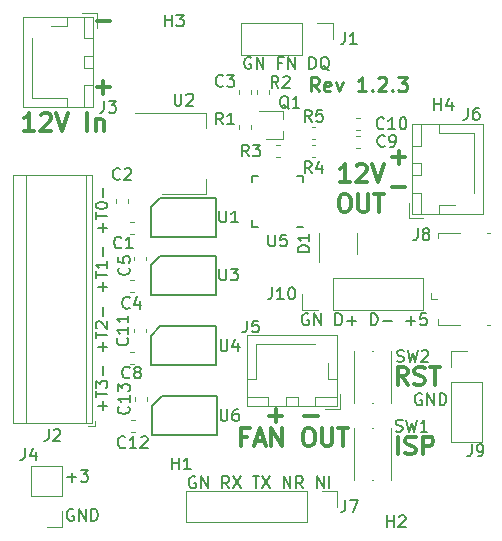
<source format=gbr>
G04 #@! TF.GenerationSoftware,KiCad,Pcbnew,5.1.0-5.1.0*
G04 #@! TF.CreationDate,2019-03-27T16:13:27-07:00*
G04 #@! TF.ProjectId,t962,74393632-2e6b-4696-9361-645f70636258,1.2.3*
G04 #@! TF.SameCoordinates,Original*
G04 #@! TF.FileFunction,Legend,Top*
G04 #@! TF.FilePolarity,Positive*
%FSLAX46Y46*%
G04 Gerber Fmt 4.6, Leading zero omitted, Abs format (unit mm)*
G04 Created by KiCad (PCBNEW 5.1.0-5.1.0) date 2019-03-27 16:13:27*
%MOMM*%
%LPD*%
G04 APERTURE LIST*
%ADD10C,0.150000*%
%ADD11C,0.300000*%
%ADD12C,0.250000*%
%ADD13C,0.120000*%
G04 APERTURE END LIST*
D10*
X162052095Y-63762000D02*
X161956857Y-63714380D01*
X161814000Y-63714380D01*
X161671142Y-63762000D01*
X161575904Y-63857238D01*
X161528285Y-63952476D01*
X161480666Y-64142952D01*
X161480666Y-64285809D01*
X161528285Y-64476285D01*
X161575904Y-64571523D01*
X161671142Y-64666761D01*
X161814000Y-64714380D01*
X161909238Y-64714380D01*
X162052095Y-64666761D01*
X162099714Y-64619142D01*
X162099714Y-64285809D01*
X161909238Y-64285809D01*
X162528285Y-64714380D02*
X162528285Y-63714380D01*
X163099714Y-64714380D01*
X163099714Y-63714380D01*
X163575904Y-64714380D02*
X163575904Y-63714380D01*
X163814000Y-63714380D01*
X163956857Y-63762000D01*
X164052095Y-63857238D01*
X164099714Y-63952476D01*
X164147333Y-64142952D01*
X164147333Y-64285809D01*
X164099714Y-64476285D01*
X164052095Y-64571523D01*
X163956857Y-64666761D01*
X163814000Y-64714380D01*
X163575904Y-64714380D01*
D11*
X155971428Y-45803571D02*
X155114285Y-45803571D01*
X155542857Y-45803571D02*
X155542857Y-44303571D01*
X155400000Y-44517857D01*
X155257142Y-44660714D01*
X155114285Y-44732142D01*
X156542857Y-44446428D02*
X156614285Y-44375000D01*
X156757142Y-44303571D01*
X157114285Y-44303571D01*
X157257142Y-44375000D01*
X157328571Y-44446428D01*
X157400000Y-44589285D01*
X157400000Y-44732142D01*
X157328571Y-44946428D01*
X156471428Y-45803571D01*
X157400000Y-45803571D01*
X157828571Y-44303571D02*
X158328571Y-45803571D01*
X158828571Y-44303571D01*
X155400000Y-46853571D02*
X155685714Y-46853571D01*
X155828571Y-46925000D01*
X155971428Y-47067857D01*
X156042857Y-47353571D01*
X156042857Y-47853571D01*
X155971428Y-48139285D01*
X155828571Y-48282142D01*
X155685714Y-48353571D01*
X155400000Y-48353571D01*
X155257142Y-48282142D01*
X155114285Y-48139285D01*
X155042857Y-47853571D01*
X155042857Y-47353571D01*
X155114285Y-47067857D01*
X155257142Y-46925000D01*
X155400000Y-46853571D01*
X156685714Y-46853571D02*
X156685714Y-48067857D01*
X156757142Y-48210714D01*
X156828571Y-48282142D01*
X156971428Y-48353571D01*
X157257142Y-48353571D01*
X157400000Y-48282142D01*
X157471428Y-48210714D01*
X157542857Y-48067857D01*
X157542857Y-46853571D01*
X158042857Y-46853571D02*
X158900000Y-46853571D01*
X158471428Y-48353571D02*
X158471428Y-46853571D01*
X159528571Y-43732142D02*
X160671428Y-43732142D01*
X160100000Y-44303571D02*
X160100000Y-43160714D01*
X159528571Y-46282142D02*
X160671428Y-46282142D01*
D10*
X132035595Y-70821428D02*
X132797500Y-70821428D01*
X132416547Y-71202380D02*
X132416547Y-70440476D01*
X133178452Y-70202380D02*
X133797500Y-70202380D01*
X133464166Y-70583333D01*
X133607023Y-70583333D01*
X133702261Y-70630952D01*
X133749880Y-70678571D01*
X133797500Y-70773809D01*
X133797500Y-71011904D01*
X133749880Y-71107142D01*
X133702261Y-71154761D01*
X133607023Y-71202380D01*
X133321309Y-71202380D01*
X133226071Y-71154761D01*
X133178452Y-71107142D01*
X132559404Y-73550000D02*
X132464166Y-73502380D01*
X132321309Y-73502380D01*
X132178452Y-73550000D01*
X132083214Y-73645238D01*
X132035595Y-73740476D01*
X131987976Y-73930952D01*
X131987976Y-74073809D01*
X132035595Y-74264285D01*
X132083214Y-74359523D01*
X132178452Y-74454761D01*
X132321309Y-74502380D01*
X132416547Y-74502380D01*
X132559404Y-74454761D01*
X132607023Y-74407142D01*
X132607023Y-74073809D01*
X132416547Y-74073809D01*
X133035595Y-74502380D02*
X133035595Y-73502380D01*
X133607023Y-74502380D01*
X133607023Y-73502380D01*
X134083214Y-74502380D02*
X134083214Y-73502380D01*
X134321309Y-73502380D01*
X134464166Y-73550000D01*
X134559404Y-73645238D01*
X134607023Y-73740476D01*
X134654642Y-73930952D01*
X134654642Y-74073809D01*
X134607023Y-74264285D01*
X134559404Y-74359523D01*
X134464166Y-74454761D01*
X134321309Y-74502380D01*
X134083214Y-74502380D01*
D11*
X149128571Y-65607142D02*
X150271428Y-65607142D01*
X149700000Y-66178571D02*
X149700000Y-65035714D01*
X152128571Y-65607142D02*
X153271428Y-65607142D01*
X134528571Y-32207142D02*
X135671428Y-32207142D01*
X134528571Y-37807142D02*
X135671428Y-37807142D01*
X135100000Y-38378571D02*
X135100000Y-37235714D01*
X129264285Y-41478571D02*
X128407142Y-41478571D01*
X128835714Y-41478571D02*
X128835714Y-39978571D01*
X128692857Y-40192857D01*
X128550000Y-40335714D01*
X128407142Y-40407142D01*
X129835714Y-40121428D02*
X129907142Y-40050000D01*
X130050000Y-39978571D01*
X130407142Y-39978571D01*
X130550000Y-40050000D01*
X130621428Y-40121428D01*
X130692857Y-40264285D01*
X130692857Y-40407142D01*
X130621428Y-40621428D01*
X129764285Y-41478571D01*
X130692857Y-41478571D01*
X131121428Y-39978571D02*
X131621428Y-41478571D01*
X132121428Y-39978571D01*
X133764285Y-41478571D02*
X133764285Y-39978571D01*
X134478571Y-40478571D02*
X134478571Y-41478571D01*
X134478571Y-40621428D02*
X134550000Y-40550000D01*
X134692857Y-40478571D01*
X134907142Y-40478571D01*
X135050000Y-40550000D01*
X135121428Y-40692857D01*
X135121428Y-41478571D01*
D12*
X153357142Y-38142857D02*
X152957142Y-37571428D01*
X152671428Y-38142857D02*
X152671428Y-36942857D01*
X153128571Y-36942857D01*
X153242857Y-37000000D01*
X153300000Y-37057142D01*
X153357142Y-37171428D01*
X153357142Y-37342857D01*
X153300000Y-37457142D01*
X153242857Y-37514285D01*
X153128571Y-37571428D01*
X152671428Y-37571428D01*
X154328571Y-38085714D02*
X154214285Y-38142857D01*
X153985714Y-38142857D01*
X153871428Y-38085714D01*
X153814285Y-37971428D01*
X153814285Y-37514285D01*
X153871428Y-37400000D01*
X153985714Y-37342857D01*
X154214285Y-37342857D01*
X154328571Y-37400000D01*
X154385714Y-37514285D01*
X154385714Y-37628571D01*
X153814285Y-37742857D01*
X154785714Y-37342857D02*
X155071428Y-38142857D01*
X155357142Y-37342857D01*
X157357142Y-38142857D02*
X156671428Y-38142857D01*
X157014285Y-38142857D02*
X157014285Y-36942857D01*
X156900000Y-37114285D01*
X156785714Y-37228571D01*
X156671428Y-37285714D01*
X157871428Y-38028571D02*
X157928571Y-38085714D01*
X157871428Y-38142857D01*
X157814285Y-38085714D01*
X157871428Y-38028571D01*
X157871428Y-38142857D01*
X158385714Y-37057142D02*
X158442857Y-37000000D01*
X158557142Y-36942857D01*
X158842857Y-36942857D01*
X158957142Y-37000000D01*
X159014285Y-37057142D01*
X159071428Y-37171428D01*
X159071428Y-37285714D01*
X159014285Y-37457142D01*
X158328571Y-38142857D01*
X159071428Y-38142857D01*
X159585714Y-38028571D02*
X159642857Y-38085714D01*
X159585714Y-38142857D01*
X159528571Y-38085714D01*
X159585714Y-38028571D01*
X159585714Y-38142857D01*
X160042857Y-36942857D02*
X160785714Y-36942857D01*
X160385714Y-37400000D01*
X160557142Y-37400000D01*
X160671428Y-37457142D01*
X160728571Y-37514285D01*
X160785714Y-37628571D01*
X160785714Y-37914285D01*
X160728571Y-38028571D01*
X160671428Y-38085714D01*
X160557142Y-38142857D01*
X160214285Y-38142857D01*
X160100000Y-38085714D01*
X160042857Y-38028571D01*
D10*
X135071428Y-65157142D02*
X135071428Y-64395238D01*
X135452380Y-64776190D02*
X134690476Y-64776190D01*
X134452380Y-64061904D02*
X134452380Y-63490476D01*
X135452380Y-63776190D02*
X134452380Y-63776190D01*
X134452380Y-63252380D02*
X134452380Y-62633333D01*
X134833333Y-62966666D01*
X134833333Y-62823809D01*
X134880952Y-62728571D01*
X134928571Y-62680952D01*
X135023809Y-62633333D01*
X135261904Y-62633333D01*
X135357142Y-62680952D01*
X135404761Y-62728571D01*
X135452380Y-62823809D01*
X135452380Y-63109523D01*
X135404761Y-63204761D01*
X135357142Y-63252380D01*
X135071428Y-62204761D02*
X135071428Y-61442857D01*
X135071428Y-60157142D02*
X135071428Y-59395238D01*
X135452380Y-59776190D02*
X134690476Y-59776190D01*
X134452380Y-59061904D02*
X134452380Y-58490476D01*
X135452380Y-58776190D02*
X134452380Y-58776190D01*
X134547619Y-58204761D02*
X134500000Y-58157142D01*
X134452380Y-58061904D01*
X134452380Y-57823809D01*
X134500000Y-57728571D01*
X134547619Y-57680952D01*
X134642857Y-57633333D01*
X134738095Y-57633333D01*
X134880952Y-57680952D01*
X135452380Y-58252380D01*
X135452380Y-57633333D01*
X135071428Y-57204761D02*
X135071428Y-56442857D01*
X135071428Y-55057142D02*
X135071428Y-54295238D01*
X135452380Y-54676190D02*
X134690476Y-54676190D01*
X134452380Y-53961904D02*
X134452380Y-53390476D01*
X135452380Y-53676190D02*
X134452380Y-53676190D01*
X135452380Y-52533333D02*
X135452380Y-53104761D01*
X135452380Y-52819047D02*
X134452380Y-52819047D01*
X134595238Y-52914285D01*
X134690476Y-53009523D01*
X134738095Y-53104761D01*
X135071428Y-52104761D02*
X135071428Y-51342857D01*
X135071428Y-50057142D02*
X135071428Y-49295238D01*
X135452380Y-49676190D02*
X134690476Y-49676190D01*
X134452380Y-48961904D02*
X134452380Y-48390476D01*
X135452380Y-48676190D02*
X134452380Y-48676190D01*
X134452380Y-47866666D02*
X134452380Y-47771428D01*
X134500000Y-47676190D01*
X134547619Y-47628571D01*
X134642857Y-47580952D01*
X134833333Y-47533333D01*
X135071428Y-47533333D01*
X135261904Y-47580952D01*
X135357142Y-47628571D01*
X135404761Y-47676190D01*
X135452380Y-47771428D01*
X135452380Y-47866666D01*
X135404761Y-47961904D01*
X135357142Y-48009523D01*
X135261904Y-48057142D01*
X135071428Y-48104761D01*
X134833333Y-48104761D01*
X134642857Y-48057142D01*
X134547619Y-48009523D01*
X134500000Y-47961904D01*
X134452380Y-47866666D01*
X135071428Y-47104761D02*
X135071428Y-46342857D01*
X147600000Y-35300000D02*
X147504761Y-35252380D01*
X147361904Y-35252380D01*
X147219047Y-35300000D01*
X147123809Y-35395238D01*
X147076190Y-35490476D01*
X147028571Y-35680952D01*
X147028571Y-35823809D01*
X147076190Y-36014285D01*
X147123809Y-36109523D01*
X147219047Y-36204761D01*
X147361904Y-36252380D01*
X147457142Y-36252380D01*
X147600000Y-36204761D01*
X147647619Y-36157142D01*
X147647619Y-35823809D01*
X147457142Y-35823809D01*
X148076190Y-36252380D02*
X148076190Y-35252380D01*
X148647619Y-36252380D01*
X148647619Y-35252380D01*
X150219047Y-35728571D02*
X149885714Y-35728571D01*
X149885714Y-36252380D02*
X149885714Y-35252380D01*
X150361904Y-35252380D01*
X150742857Y-36252380D02*
X150742857Y-35252380D01*
X151314285Y-36252380D01*
X151314285Y-35252380D01*
X152552380Y-36252380D02*
X152552380Y-35252380D01*
X152790476Y-35252380D01*
X152933333Y-35300000D01*
X153028571Y-35395238D01*
X153076190Y-35490476D01*
X153123809Y-35680952D01*
X153123809Y-35823809D01*
X153076190Y-36014285D01*
X153028571Y-36109523D01*
X152933333Y-36204761D01*
X152790476Y-36252380D01*
X152552380Y-36252380D01*
X154219047Y-36347619D02*
X154123809Y-36300000D01*
X154028571Y-36204761D01*
X153885714Y-36061904D01*
X153790476Y-36014285D01*
X153695238Y-36014285D01*
X153742857Y-36252380D02*
X153647619Y-36204761D01*
X153552380Y-36109523D01*
X153504761Y-35919047D01*
X153504761Y-35585714D01*
X153552380Y-35395238D01*
X153647619Y-35300000D01*
X153742857Y-35252380D01*
X153933333Y-35252380D01*
X154028571Y-35300000D01*
X154123809Y-35395238D01*
X154171428Y-35585714D01*
X154171428Y-35919047D01*
X154123809Y-36109523D01*
X154028571Y-36204761D01*
X153933333Y-36252380D01*
X153742857Y-36252380D01*
X152461904Y-57000000D02*
X152366666Y-56952380D01*
X152223809Y-56952380D01*
X152080952Y-57000000D01*
X151985714Y-57095238D01*
X151938095Y-57190476D01*
X151890476Y-57380952D01*
X151890476Y-57523809D01*
X151938095Y-57714285D01*
X151985714Y-57809523D01*
X152080952Y-57904761D01*
X152223809Y-57952380D01*
X152319047Y-57952380D01*
X152461904Y-57904761D01*
X152509523Y-57857142D01*
X152509523Y-57523809D01*
X152319047Y-57523809D01*
X152938095Y-57952380D02*
X152938095Y-56952380D01*
X153509523Y-57952380D01*
X153509523Y-56952380D01*
X154747619Y-57952380D02*
X154747619Y-56952380D01*
X154985714Y-56952380D01*
X155128571Y-57000000D01*
X155223809Y-57095238D01*
X155271428Y-57190476D01*
X155319047Y-57380952D01*
X155319047Y-57523809D01*
X155271428Y-57714285D01*
X155223809Y-57809523D01*
X155128571Y-57904761D01*
X154985714Y-57952380D01*
X154747619Y-57952380D01*
X155747619Y-57571428D02*
X156509523Y-57571428D01*
X156128571Y-57952380D02*
X156128571Y-57190476D01*
X157747619Y-57952380D02*
X157747619Y-56952380D01*
X157985714Y-56952380D01*
X158128571Y-57000000D01*
X158223809Y-57095238D01*
X158271428Y-57190476D01*
X158319047Y-57380952D01*
X158319047Y-57523809D01*
X158271428Y-57714285D01*
X158223809Y-57809523D01*
X158128571Y-57904761D01*
X157985714Y-57952380D01*
X157747619Y-57952380D01*
X158747619Y-57571428D02*
X159509523Y-57571428D01*
X160747619Y-57571428D02*
X161509523Y-57571428D01*
X161128571Y-57952380D02*
X161128571Y-57190476D01*
X162461904Y-56952380D02*
X161985714Y-56952380D01*
X161938095Y-57428571D01*
X161985714Y-57380952D01*
X162080952Y-57333333D01*
X162319047Y-57333333D01*
X162414285Y-57380952D01*
X162461904Y-57428571D01*
X162509523Y-57523809D01*
X162509523Y-57761904D01*
X162461904Y-57857142D01*
X162414285Y-57904761D01*
X162319047Y-57952380D01*
X162080952Y-57952380D01*
X161985714Y-57904761D01*
X161938095Y-57857142D01*
D11*
X160878571Y-62978571D02*
X160378571Y-62264285D01*
X160021428Y-62978571D02*
X160021428Y-61478571D01*
X160592857Y-61478571D01*
X160735714Y-61550000D01*
X160807142Y-61621428D01*
X160878571Y-61764285D01*
X160878571Y-61978571D01*
X160807142Y-62121428D01*
X160735714Y-62192857D01*
X160592857Y-62264285D01*
X160021428Y-62264285D01*
X161450000Y-62907142D02*
X161664285Y-62978571D01*
X162021428Y-62978571D01*
X162164285Y-62907142D01*
X162235714Y-62835714D01*
X162307142Y-62692857D01*
X162307142Y-62550000D01*
X162235714Y-62407142D01*
X162164285Y-62335714D01*
X162021428Y-62264285D01*
X161735714Y-62192857D01*
X161592857Y-62121428D01*
X161521428Y-62050000D01*
X161450000Y-61907142D01*
X161450000Y-61764285D01*
X161521428Y-61621428D01*
X161592857Y-61550000D01*
X161735714Y-61478571D01*
X162092857Y-61478571D01*
X162307142Y-61550000D01*
X162735714Y-61478571D02*
X163592857Y-61478571D01*
X163164285Y-62978571D02*
X163164285Y-61478571D01*
X160035714Y-68878571D02*
X160035714Y-67378571D01*
X160678571Y-68807142D02*
X160892857Y-68878571D01*
X161250000Y-68878571D01*
X161392857Y-68807142D01*
X161464285Y-68735714D01*
X161535714Y-68592857D01*
X161535714Y-68450000D01*
X161464285Y-68307142D01*
X161392857Y-68235714D01*
X161250000Y-68164285D01*
X160964285Y-68092857D01*
X160821428Y-68021428D01*
X160750000Y-67950000D01*
X160678571Y-67807142D01*
X160678571Y-67664285D01*
X160750000Y-67521428D01*
X160821428Y-67450000D01*
X160964285Y-67378571D01*
X161321428Y-67378571D01*
X161535714Y-67450000D01*
X162178571Y-68878571D02*
X162178571Y-67378571D01*
X162750000Y-67378571D01*
X162892857Y-67450000D01*
X162964285Y-67521428D01*
X163035714Y-67664285D01*
X163035714Y-67878571D01*
X162964285Y-68021428D01*
X162892857Y-68092857D01*
X162750000Y-68164285D01*
X162178571Y-68164285D01*
D10*
X142895238Y-70800000D02*
X142800000Y-70752380D01*
X142657142Y-70752380D01*
X142514285Y-70800000D01*
X142419047Y-70895238D01*
X142371428Y-70990476D01*
X142323809Y-71180952D01*
X142323809Y-71323809D01*
X142371428Y-71514285D01*
X142419047Y-71609523D01*
X142514285Y-71704761D01*
X142657142Y-71752380D01*
X142752380Y-71752380D01*
X142895238Y-71704761D01*
X142942857Y-71657142D01*
X142942857Y-71323809D01*
X142752380Y-71323809D01*
X143371428Y-71752380D02*
X143371428Y-70752380D01*
X143942857Y-71752380D01*
X143942857Y-70752380D01*
X145752380Y-71752380D02*
X145419047Y-71276190D01*
X145180952Y-71752380D02*
X145180952Y-70752380D01*
X145561904Y-70752380D01*
X145657142Y-70800000D01*
X145704761Y-70847619D01*
X145752380Y-70942857D01*
X145752380Y-71085714D01*
X145704761Y-71180952D01*
X145657142Y-71228571D01*
X145561904Y-71276190D01*
X145180952Y-71276190D01*
X146085714Y-70752380D02*
X146752380Y-71752380D01*
X146752380Y-70752380D02*
X146085714Y-71752380D01*
X147752380Y-70752380D02*
X148323809Y-70752380D01*
X148038095Y-71752380D02*
X148038095Y-70752380D01*
X148561904Y-70752380D02*
X149228571Y-71752380D01*
X149228571Y-70752380D02*
X148561904Y-71752380D01*
X150371428Y-71752380D02*
X150371428Y-70752380D01*
X150942857Y-71752380D01*
X150942857Y-70752380D01*
X151990476Y-71752380D02*
X151657142Y-71276190D01*
X151419047Y-71752380D02*
X151419047Y-70752380D01*
X151800000Y-70752380D01*
X151895238Y-70800000D01*
X151942857Y-70847619D01*
X151990476Y-70942857D01*
X151990476Y-71085714D01*
X151942857Y-71180952D01*
X151895238Y-71228571D01*
X151800000Y-71276190D01*
X151419047Y-71276190D01*
X153180952Y-71752380D02*
X153180952Y-70752380D01*
X153752380Y-71752380D01*
X153752380Y-70752380D01*
X154228571Y-71752380D02*
X154228571Y-70752380D01*
D11*
X147271428Y-67392857D02*
X146771428Y-67392857D01*
X146771428Y-68178571D02*
X146771428Y-66678571D01*
X147485714Y-66678571D01*
X147985714Y-67750000D02*
X148700000Y-67750000D01*
X147842857Y-68178571D02*
X148342857Y-66678571D01*
X148842857Y-68178571D01*
X149342857Y-68178571D02*
X149342857Y-66678571D01*
X150200000Y-68178571D01*
X150200000Y-66678571D01*
X152342857Y-66678571D02*
X152628571Y-66678571D01*
X152771428Y-66750000D01*
X152914285Y-66892857D01*
X152985714Y-67178571D01*
X152985714Y-67678571D01*
X152914285Y-67964285D01*
X152771428Y-68107142D01*
X152628571Y-68178571D01*
X152342857Y-68178571D01*
X152200000Y-68107142D01*
X152057142Y-67964285D01*
X151985714Y-67678571D01*
X151985714Y-67178571D01*
X152057142Y-66892857D01*
X152200000Y-66750000D01*
X152342857Y-66678571D01*
X153628571Y-66678571D02*
X153628571Y-67892857D01*
X153700000Y-68035714D01*
X153771428Y-68107142D01*
X153914285Y-68178571D01*
X154200000Y-68178571D01*
X154342857Y-68107142D01*
X154414285Y-68035714D01*
X154485714Y-67892857D01*
X154485714Y-66678571D01*
X154985714Y-66678571D02*
X155842857Y-66678571D01*
X155414285Y-68178571D02*
X155414285Y-66678571D01*
D13*
X164532000Y-60138000D02*
X165862000Y-60138000D01*
X164532000Y-61468000D02*
X164532000Y-60138000D01*
X164532000Y-62738000D02*
X167192000Y-62738000D01*
X167192000Y-62738000D02*
X167192000Y-67878000D01*
X164532000Y-62738000D02*
X164532000Y-67878000D01*
X164532000Y-67878000D02*
X167192000Y-67878000D01*
X156610000Y-51925000D02*
X156610000Y-50125000D01*
X153390000Y-50125000D02*
X153390000Y-52575000D01*
X161240000Y-48560000D02*
X167210000Y-48560000D01*
X167210000Y-48560000D02*
X167210000Y-40940000D01*
X167210000Y-40940000D02*
X161240000Y-40940000D01*
X161240000Y-40940000D02*
X161240000Y-48560000D01*
X161250000Y-45250000D02*
X162000000Y-45250000D01*
X162000000Y-45250000D02*
X162000000Y-44250000D01*
X162000000Y-44250000D02*
X161250000Y-44250000D01*
X161250000Y-44250000D02*
X161250000Y-45250000D01*
X161250000Y-48550000D02*
X162000000Y-48550000D01*
X162000000Y-48550000D02*
X162000000Y-46750000D01*
X162000000Y-46750000D02*
X161250000Y-46750000D01*
X161250000Y-46750000D02*
X161250000Y-48550000D01*
X161250000Y-42750000D02*
X162000000Y-42750000D01*
X162000000Y-42750000D02*
X162000000Y-40950000D01*
X162000000Y-40950000D02*
X161250000Y-40950000D01*
X161250000Y-40950000D02*
X161250000Y-42750000D01*
X163500000Y-48550000D02*
X163500000Y-47800000D01*
X163500000Y-47800000D02*
X164840000Y-47800000D01*
X166450000Y-44750000D02*
X166450000Y-46740000D01*
X163500000Y-40950000D02*
X163500000Y-41700000D01*
X163500000Y-41700000D02*
X166450000Y-41700000D01*
X166450000Y-41700000D02*
X166450000Y-44750000D01*
X160950000Y-47600000D02*
X160950000Y-48850000D01*
X160950000Y-48850000D02*
X162200000Y-48850000D01*
X131630000Y-69830000D02*
X128970000Y-69830000D01*
X131630000Y-72430000D02*
X131630000Y-69830000D01*
X128970000Y-72430000D02*
X128970000Y-69830000D01*
X131630000Y-72430000D02*
X128970000Y-72430000D01*
X131630000Y-73700000D02*
X131630000Y-75030000D01*
X131630000Y-75030000D02*
X130300000Y-75030000D01*
X143810000Y-46810000D02*
X143810000Y-45550000D01*
X143810000Y-39990000D02*
X143810000Y-41250000D01*
X140050000Y-46810000D02*
X143810000Y-46810000D01*
X137800000Y-39990000D02*
X143810000Y-39990000D01*
X133650000Y-66260000D02*
X133650000Y-45240000D01*
X128550000Y-66260000D02*
X128550000Y-45240000D01*
X127430000Y-66260000D02*
X127430000Y-45240000D01*
X134170000Y-66260000D02*
X134170000Y-45240000D01*
X127430000Y-66260000D02*
X134170000Y-66260000D01*
X127430000Y-45240000D02*
X134170000Y-45240000D01*
X133770000Y-66500000D02*
X134410000Y-66500000D01*
X134410000Y-66500000D02*
X134410000Y-66100000D01*
X157950000Y-64500000D02*
X157850000Y-64500000D01*
X156350000Y-60100000D02*
X156350000Y-64500000D01*
X159450000Y-64500000D02*
X159450000Y-60100000D01*
X157950000Y-60100000D02*
X157850000Y-60100000D01*
X152742222Y-42210000D02*
X153067780Y-42210000D01*
X152742222Y-41190000D02*
X153067780Y-41190000D01*
X153062779Y-43710000D02*
X152737221Y-43710000D01*
X153062779Y-42690000D02*
X152737221Y-42690000D01*
D10*
X147700000Y-49600000D02*
X148225000Y-49600000D01*
X147700000Y-45300000D02*
X148225000Y-45300000D01*
X152000000Y-45300000D02*
X151475000Y-45300000D01*
X152000000Y-49600000D02*
X151475000Y-49600000D01*
X147700000Y-45300000D02*
X147700000Y-45825000D01*
X152000000Y-45300000D02*
X152000000Y-45825000D01*
X147700000Y-49600000D02*
X147700000Y-49075000D01*
D13*
X163437500Y-57900000D02*
X163437500Y-57450000D01*
X165287500Y-57900000D02*
X163437500Y-57900000D01*
X167837500Y-50100000D02*
X167587500Y-50100000D01*
X167837500Y-57900000D02*
X167587500Y-57900000D01*
X165287500Y-50100000D02*
X163437500Y-50100000D01*
X163437500Y-50100000D02*
X163437500Y-50550000D01*
X162887500Y-55700000D02*
X162887500Y-55250000D01*
X162887500Y-55700000D02*
X163337500Y-55700000D01*
X146590000Y-41037221D02*
X146590000Y-41362779D01*
X147610000Y-41037221D02*
X147610000Y-41362779D01*
X150062779Y-43710000D02*
X149737221Y-43710000D01*
X150062779Y-42690000D02*
X149737221Y-42690000D01*
X157950000Y-66650000D02*
X157850000Y-66650000D01*
X159450000Y-71050000D02*
X159450000Y-66650000D01*
X156350000Y-66650000D02*
X156350000Y-71050000D01*
X157950000Y-71050000D02*
X157850000Y-71050000D01*
D10*
X139230000Y-64750000D02*
X140030000Y-63950000D01*
X140030000Y-63950000D02*
X144770000Y-63950000D01*
X144770000Y-63950000D02*
X144770000Y-67250000D01*
X144770000Y-67250000D02*
X139230000Y-67250000D01*
X139230000Y-67250000D02*
X139230000Y-64750000D01*
D13*
X156537221Y-40390000D02*
X156862779Y-40390000D01*
X156537221Y-41410000D02*
X156862779Y-41410000D01*
X138710000Y-58562779D02*
X138710000Y-58237221D01*
X137690000Y-58562779D02*
X137690000Y-58237221D01*
X137437221Y-65990000D02*
X137762779Y-65990000D01*
X137437221Y-67010000D02*
X137762779Y-67010000D01*
X138810000Y-64362779D02*
X138810000Y-64037221D01*
X137790000Y-64362779D02*
X137790000Y-64037221D01*
X155150000Y-65050000D02*
X155150000Y-63800000D01*
X153900000Y-65050000D02*
X155150000Y-65050000D01*
X148000000Y-59550000D02*
X151050000Y-59550000D01*
X148000000Y-62500000D02*
X148000000Y-59550000D01*
X147250000Y-62500000D02*
X148000000Y-62500000D01*
X151050000Y-59550000D02*
X153040000Y-59550000D01*
X154100000Y-62500000D02*
X154100000Y-61160000D01*
X154850000Y-62500000D02*
X154100000Y-62500000D01*
X147250000Y-64750000D02*
X149050000Y-64750000D01*
X147250000Y-64000000D02*
X147250000Y-64750000D01*
X149050000Y-64000000D02*
X147250000Y-64000000D01*
X149050000Y-64750000D02*
X149050000Y-64000000D01*
X153050000Y-64750000D02*
X154850000Y-64750000D01*
X153050000Y-64000000D02*
X153050000Y-64750000D01*
X154850000Y-64000000D02*
X153050000Y-64000000D01*
X154850000Y-64750000D02*
X154850000Y-64000000D01*
X150550000Y-64750000D02*
X151550000Y-64750000D01*
X150550000Y-64000000D02*
X150550000Y-64750000D01*
X151550000Y-64000000D02*
X150550000Y-64000000D01*
X151550000Y-64750000D02*
X151550000Y-64000000D01*
X147240000Y-64760000D02*
X154860000Y-64760000D01*
X147240000Y-58790000D02*
X147240000Y-64760000D01*
X154860000Y-58790000D02*
X147240000Y-58790000D01*
X154860000Y-64760000D02*
X154860000Y-58790000D01*
X134260000Y-31840000D02*
X128290000Y-31840000D01*
X128290000Y-31840000D02*
X128290000Y-39460000D01*
X128290000Y-39460000D02*
X134260000Y-39460000D01*
X134260000Y-39460000D02*
X134260000Y-31840000D01*
X134250000Y-35150000D02*
X133500000Y-35150000D01*
X133500000Y-35150000D02*
X133500000Y-36150000D01*
X133500000Y-36150000D02*
X134250000Y-36150000D01*
X134250000Y-36150000D02*
X134250000Y-35150000D01*
X134250000Y-31850000D02*
X133500000Y-31850000D01*
X133500000Y-31850000D02*
X133500000Y-33650000D01*
X133500000Y-33650000D02*
X134250000Y-33650000D01*
X134250000Y-33650000D02*
X134250000Y-31850000D01*
X134250000Y-37650000D02*
X133500000Y-37650000D01*
X133500000Y-37650000D02*
X133500000Y-39450000D01*
X133500000Y-39450000D02*
X134250000Y-39450000D01*
X134250000Y-39450000D02*
X134250000Y-37650000D01*
X132000000Y-31850000D02*
X132000000Y-32600000D01*
X132000000Y-32600000D02*
X130660000Y-32600000D01*
X129050000Y-35650000D02*
X129050000Y-33660000D01*
X132000000Y-39450000D02*
X132000000Y-38700000D01*
X132000000Y-38700000D02*
X129050000Y-38700000D01*
X129050000Y-38700000D02*
X129050000Y-35650000D01*
X134550000Y-32800000D02*
X134550000Y-31550000D01*
X134550000Y-31550000D02*
X133300000Y-31550000D01*
X146790000Y-32370000D02*
X146790000Y-35030000D01*
X151930000Y-32370000D02*
X146790000Y-32370000D01*
X151930000Y-35030000D02*
X146790000Y-35030000D01*
X151930000Y-32370000D02*
X151930000Y-35030000D01*
X153200000Y-32370000D02*
X154530000Y-32370000D01*
X154530000Y-32370000D02*
X154530000Y-33700000D01*
X162210000Y-56630000D02*
X162210000Y-53970000D01*
X154530000Y-56630000D02*
X162210000Y-56630000D01*
X154530000Y-53970000D02*
X162210000Y-53970000D01*
X154530000Y-56630000D02*
X154530000Y-53970000D01*
X153260000Y-56630000D02*
X151930000Y-56630000D01*
X151930000Y-56630000D02*
X151930000Y-55300000D01*
X142110000Y-71970000D02*
X142110000Y-74630000D01*
X152330000Y-71970000D02*
X142110000Y-71970000D01*
X152330000Y-74630000D02*
X142110000Y-74630000D01*
X152330000Y-71970000D02*
X152330000Y-74630000D01*
X153600000Y-71970000D02*
X154930000Y-71970000D01*
X154930000Y-71970000D02*
X154930000Y-73300000D01*
X149110000Y-38362779D02*
X149110000Y-38037221D01*
X148090000Y-38362779D02*
X148090000Y-38037221D01*
D10*
X139130000Y-50450000D02*
X139130000Y-47950000D01*
X144670000Y-50450000D02*
X139130000Y-50450000D01*
X144670000Y-47150000D02*
X144670000Y-50450000D01*
X139930000Y-47150000D02*
X144670000Y-47150000D01*
X139130000Y-47950000D02*
X139930000Y-47150000D01*
X139130000Y-52850000D02*
X139930000Y-52050000D01*
X139930000Y-52050000D02*
X144670000Y-52050000D01*
X144670000Y-52050000D02*
X144670000Y-55350000D01*
X144670000Y-55350000D02*
X139130000Y-55350000D01*
X139130000Y-55350000D02*
X139130000Y-52850000D01*
X139130000Y-61350000D02*
X139130000Y-58850000D01*
X144670000Y-61350000D02*
X139130000Y-61350000D01*
X144670000Y-58050000D02*
X144670000Y-61350000D01*
X139930000Y-58050000D02*
X144670000Y-58050000D01*
X139130000Y-58850000D02*
X139930000Y-58050000D01*
D13*
X136190000Y-47562779D02*
X136190000Y-47237221D01*
X137210000Y-47562779D02*
X137210000Y-47237221D01*
X147610000Y-38350279D02*
X147610000Y-38024721D01*
X146590000Y-38350279D02*
X146590000Y-38024721D01*
X137337221Y-54090000D02*
X137662779Y-54090000D01*
X137337221Y-55110000D02*
X137662779Y-55110000D01*
X138710000Y-52462779D02*
X138710000Y-52137221D01*
X137690000Y-52462779D02*
X137690000Y-52137221D01*
X137337221Y-60190000D02*
X137662779Y-60190000D01*
X137337221Y-61210000D02*
X137662779Y-61210000D01*
X156537221Y-42910000D02*
X156862779Y-42910000D01*
X156537221Y-41890000D02*
X156862779Y-41890000D01*
X137337221Y-49190000D02*
X137662779Y-49190000D01*
X137337221Y-50210000D02*
X137662779Y-50210000D01*
X150295001Y-41500000D02*
X150295001Y-42160000D01*
X150295001Y-39840000D02*
X150295001Y-40500000D01*
X150295001Y-39840000D02*
X148265001Y-39840000D01*
X148885001Y-42160000D02*
X150295001Y-42160000D01*
D10*
X166290666Y-68032380D02*
X166290666Y-68746666D01*
X166243047Y-68889523D01*
X166147809Y-68984761D01*
X166004952Y-69032380D01*
X165909714Y-69032380D01*
X166814476Y-69032380D02*
X167004952Y-69032380D01*
X167100190Y-68984761D01*
X167147809Y-68937142D01*
X167243047Y-68794285D01*
X167290666Y-68603809D01*
X167290666Y-68222857D01*
X167243047Y-68127619D01*
X167195428Y-68080000D01*
X167100190Y-68032380D01*
X166909714Y-68032380D01*
X166814476Y-68080000D01*
X166766857Y-68127619D01*
X166719238Y-68222857D01*
X166719238Y-68460952D01*
X166766857Y-68556190D01*
X166814476Y-68603809D01*
X166909714Y-68651428D01*
X167100190Y-68651428D01*
X167195428Y-68603809D01*
X167243047Y-68556190D01*
X167290666Y-68460952D01*
X152552380Y-51763095D02*
X151552380Y-51763095D01*
X151552380Y-51525000D01*
X151600000Y-51382142D01*
X151695238Y-51286904D01*
X151790476Y-51239285D01*
X151980952Y-51191666D01*
X152123809Y-51191666D01*
X152314285Y-51239285D01*
X152409523Y-51286904D01*
X152504761Y-51382142D01*
X152552380Y-51525000D01*
X152552380Y-51763095D01*
X152552380Y-50239285D02*
X152552380Y-50810714D01*
X152552380Y-50525000D02*
X151552380Y-50525000D01*
X151695238Y-50620238D01*
X151790476Y-50715476D01*
X151838095Y-50810714D01*
X165966666Y-39552380D02*
X165966666Y-40266666D01*
X165919047Y-40409523D01*
X165823809Y-40504761D01*
X165680952Y-40552380D01*
X165585714Y-40552380D01*
X166871428Y-39552380D02*
X166680952Y-39552380D01*
X166585714Y-39600000D01*
X166538095Y-39647619D01*
X166442857Y-39790476D01*
X166395238Y-39980952D01*
X166395238Y-40361904D01*
X166442857Y-40457142D01*
X166490476Y-40504761D01*
X166585714Y-40552380D01*
X166776190Y-40552380D01*
X166871428Y-40504761D01*
X166919047Y-40457142D01*
X166966666Y-40361904D01*
X166966666Y-40123809D01*
X166919047Y-40028571D01*
X166871428Y-39980952D01*
X166776190Y-39933333D01*
X166585714Y-39933333D01*
X166490476Y-39980952D01*
X166442857Y-40028571D01*
X166395238Y-40123809D01*
X128466666Y-68352380D02*
X128466666Y-69066666D01*
X128419047Y-69209523D01*
X128323809Y-69304761D01*
X128180952Y-69352380D01*
X128085714Y-69352380D01*
X129371428Y-68685714D02*
X129371428Y-69352380D01*
X129133333Y-68304761D02*
X128895238Y-69019047D01*
X129514285Y-69019047D01*
X141138095Y-38352380D02*
X141138095Y-39161904D01*
X141185714Y-39257142D01*
X141233333Y-39304761D01*
X141328571Y-39352380D01*
X141519047Y-39352380D01*
X141614285Y-39304761D01*
X141661904Y-39257142D01*
X141709523Y-39161904D01*
X141709523Y-38352380D01*
X142138095Y-38447619D02*
X142185714Y-38400000D01*
X142280952Y-38352380D01*
X142519047Y-38352380D01*
X142614285Y-38400000D01*
X142661904Y-38447619D01*
X142709523Y-38542857D01*
X142709523Y-38638095D01*
X142661904Y-38780952D01*
X142090476Y-39352380D01*
X142709523Y-39352380D01*
X130466666Y-66752380D02*
X130466666Y-67466666D01*
X130419047Y-67609523D01*
X130323809Y-67704761D01*
X130180952Y-67752380D01*
X130085714Y-67752380D01*
X130895238Y-66847619D02*
X130942857Y-66800000D01*
X131038095Y-66752380D01*
X131276190Y-66752380D01*
X131371428Y-66800000D01*
X131419047Y-66847619D01*
X131466666Y-66942857D01*
X131466666Y-67038095D01*
X131419047Y-67180952D01*
X130847619Y-67752380D01*
X131466666Y-67752380D01*
X140938095Y-70152380D02*
X140938095Y-69152380D01*
X140938095Y-69628571D02*
X141509523Y-69628571D01*
X141509523Y-70152380D02*
X141509523Y-69152380D01*
X142509523Y-70152380D02*
X141938095Y-70152380D01*
X142223809Y-70152380D02*
X142223809Y-69152380D01*
X142128571Y-69295238D01*
X142033333Y-69390476D01*
X141938095Y-69438095D01*
X159138095Y-75052380D02*
X159138095Y-74052380D01*
X159138095Y-74528571D02*
X159709523Y-74528571D01*
X159709523Y-75052380D02*
X159709523Y-74052380D01*
X160138095Y-74147619D02*
X160185714Y-74100000D01*
X160280952Y-74052380D01*
X160519047Y-74052380D01*
X160614285Y-74100000D01*
X160661904Y-74147619D01*
X160709523Y-74242857D01*
X160709523Y-74338095D01*
X160661904Y-74480952D01*
X160090476Y-75052380D01*
X160709523Y-75052380D01*
X140338095Y-32652380D02*
X140338095Y-31652380D01*
X140338095Y-32128571D02*
X140909523Y-32128571D01*
X140909523Y-32652380D02*
X140909523Y-31652380D01*
X141290476Y-31652380D02*
X141909523Y-31652380D01*
X141576190Y-32033333D01*
X141719047Y-32033333D01*
X141814285Y-32080952D01*
X141861904Y-32128571D01*
X141909523Y-32223809D01*
X141909523Y-32461904D01*
X141861904Y-32557142D01*
X141814285Y-32604761D01*
X141719047Y-32652380D01*
X141433333Y-32652380D01*
X141338095Y-32604761D01*
X141290476Y-32557142D01*
X163138095Y-39752380D02*
X163138095Y-38752380D01*
X163138095Y-39228571D02*
X163709523Y-39228571D01*
X163709523Y-39752380D02*
X163709523Y-38752380D01*
X164614285Y-39085714D02*
X164614285Y-39752380D01*
X164376190Y-38704761D02*
X164138095Y-39419047D01*
X164757142Y-39419047D01*
X159966666Y-61004761D02*
X160109523Y-61052380D01*
X160347619Y-61052380D01*
X160442857Y-61004761D01*
X160490476Y-60957142D01*
X160538095Y-60861904D01*
X160538095Y-60766666D01*
X160490476Y-60671428D01*
X160442857Y-60623809D01*
X160347619Y-60576190D01*
X160157142Y-60528571D01*
X160061904Y-60480952D01*
X160014285Y-60433333D01*
X159966666Y-60338095D01*
X159966666Y-60242857D01*
X160014285Y-60147619D01*
X160061904Y-60100000D01*
X160157142Y-60052380D01*
X160395238Y-60052380D01*
X160538095Y-60100000D01*
X160871428Y-60052380D02*
X161109523Y-61052380D01*
X161300000Y-60338095D01*
X161490476Y-61052380D01*
X161728571Y-60052380D01*
X162061904Y-60147619D02*
X162109523Y-60100000D01*
X162204761Y-60052380D01*
X162442857Y-60052380D01*
X162538095Y-60100000D01*
X162585714Y-60147619D01*
X162633333Y-60242857D01*
X162633333Y-60338095D01*
X162585714Y-60480952D01*
X162014285Y-61052380D01*
X162633333Y-61052380D01*
X152738334Y-40722380D02*
X152405001Y-40246190D01*
X152166905Y-40722380D02*
X152166905Y-39722380D01*
X152547858Y-39722380D01*
X152643096Y-39770000D01*
X152690715Y-39817619D01*
X152738334Y-39912857D01*
X152738334Y-40055714D01*
X152690715Y-40150952D01*
X152643096Y-40198571D01*
X152547858Y-40246190D01*
X152166905Y-40246190D01*
X153643096Y-39722380D02*
X153166905Y-39722380D01*
X153119286Y-40198571D01*
X153166905Y-40150952D01*
X153262143Y-40103333D01*
X153500239Y-40103333D01*
X153595477Y-40150952D01*
X153643096Y-40198571D01*
X153690715Y-40293809D01*
X153690715Y-40531904D01*
X153643096Y-40627142D01*
X153595477Y-40674761D01*
X153500239Y-40722380D01*
X153262143Y-40722380D01*
X153166905Y-40674761D01*
X153119286Y-40627142D01*
X152733333Y-45082380D02*
X152400000Y-44606190D01*
X152161904Y-45082380D02*
X152161904Y-44082380D01*
X152542857Y-44082380D01*
X152638095Y-44130000D01*
X152685714Y-44177619D01*
X152733333Y-44272857D01*
X152733333Y-44415714D01*
X152685714Y-44510952D01*
X152638095Y-44558571D01*
X152542857Y-44606190D01*
X152161904Y-44606190D01*
X153590476Y-44415714D02*
X153590476Y-45082380D01*
X153352380Y-44034761D02*
X153114285Y-44749047D01*
X153733333Y-44749047D01*
X149088095Y-50277380D02*
X149088095Y-51086904D01*
X149135714Y-51182142D01*
X149183333Y-51229761D01*
X149278571Y-51277380D01*
X149469047Y-51277380D01*
X149564285Y-51229761D01*
X149611904Y-51182142D01*
X149659523Y-51086904D01*
X149659523Y-50277380D01*
X150611904Y-50277380D02*
X150135714Y-50277380D01*
X150088095Y-50753571D01*
X150135714Y-50705952D01*
X150230952Y-50658333D01*
X150469047Y-50658333D01*
X150564285Y-50705952D01*
X150611904Y-50753571D01*
X150659523Y-50848809D01*
X150659523Y-51086904D01*
X150611904Y-51182142D01*
X150564285Y-51229761D01*
X150469047Y-51277380D01*
X150230952Y-51277380D01*
X150135714Y-51229761D01*
X150088095Y-51182142D01*
X161718666Y-49744380D02*
X161718666Y-50458666D01*
X161671047Y-50601523D01*
X161575809Y-50696761D01*
X161432952Y-50744380D01*
X161337714Y-50744380D01*
X162337714Y-50172952D02*
X162242476Y-50125333D01*
X162194857Y-50077714D01*
X162147238Y-49982476D01*
X162147238Y-49934857D01*
X162194857Y-49839619D01*
X162242476Y-49792000D01*
X162337714Y-49744380D01*
X162528190Y-49744380D01*
X162623428Y-49792000D01*
X162671047Y-49839619D01*
X162718666Y-49934857D01*
X162718666Y-49982476D01*
X162671047Y-50077714D01*
X162623428Y-50125333D01*
X162528190Y-50172952D01*
X162337714Y-50172952D01*
X162242476Y-50220571D01*
X162194857Y-50268190D01*
X162147238Y-50363428D01*
X162147238Y-50553904D01*
X162194857Y-50649142D01*
X162242476Y-50696761D01*
X162337714Y-50744380D01*
X162528190Y-50744380D01*
X162623428Y-50696761D01*
X162671047Y-50649142D01*
X162718666Y-50553904D01*
X162718666Y-50363428D01*
X162671047Y-50268190D01*
X162623428Y-50220571D01*
X162528190Y-50172952D01*
X145233333Y-40952380D02*
X144900000Y-40476190D01*
X144661904Y-40952380D02*
X144661904Y-39952380D01*
X145042857Y-39952380D01*
X145138095Y-40000000D01*
X145185714Y-40047619D01*
X145233333Y-40142857D01*
X145233333Y-40285714D01*
X145185714Y-40380952D01*
X145138095Y-40428571D01*
X145042857Y-40476190D01*
X144661904Y-40476190D01*
X146185714Y-40952380D02*
X145614285Y-40952380D01*
X145900000Y-40952380D02*
X145900000Y-39952380D01*
X145804761Y-40095238D01*
X145709523Y-40190476D01*
X145614285Y-40238095D01*
X147433333Y-43652380D02*
X147100000Y-43176190D01*
X146861904Y-43652380D02*
X146861904Y-42652380D01*
X147242857Y-42652380D01*
X147338095Y-42700000D01*
X147385714Y-42747619D01*
X147433333Y-42842857D01*
X147433333Y-42985714D01*
X147385714Y-43080952D01*
X147338095Y-43128571D01*
X147242857Y-43176190D01*
X146861904Y-43176190D01*
X147766666Y-42652380D02*
X148385714Y-42652380D01*
X148052380Y-43033333D01*
X148195238Y-43033333D01*
X148290476Y-43080952D01*
X148338095Y-43128571D01*
X148385714Y-43223809D01*
X148385714Y-43461904D01*
X148338095Y-43557142D01*
X148290476Y-43604761D01*
X148195238Y-43652380D01*
X147909523Y-43652380D01*
X147814285Y-43604761D01*
X147766666Y-43557142D01*
X159866666Y-66904761D02*
X160009523Y-66952380D01*
X160247619Y-66952380D01*
X160342857Y-66904761D01*
X160390476Y-66857142D01*
X160438095Y-66761904D01*
X160438095Y-66666666D01*
X160390476Y-66571428D01*
X160342857Y-66523809D01*
X160247619Y-66476190D01*
X160057142Y-66428571D01*
X159961904Y-66380952D01*
X159914285Y-66333333D01*
X159866666Y-66238095D01*
X159866666Y-66142857D01*
X159914285Y-66047619D01*
X159961904Y-66000000D01*
X160057142Y-65952380D01*
X160295238Y-65952380D01*
X160438095Y-66000000D01*
X160771428Y-65952380D02*
X161009523Y-66952380D01*
X161200000Y-66238095D01*
X161390476Y-66952380D01*
X161628571Y-65952380D01*
X162533333Y-66952380D02*
X161961904Y-66952380D01*
X162247619Y-66952380D02*
X162247619Y-65952380D01*
X162152380Y-66095238D01*
X162057142Y-66190476D01*
X161961904Y-66238095D01*
X145038095Y-65052380D02*
X145038095Y-65861904D01*
X145085714Y-65957142D01*
X145133333Y-66004761D01*
X145228571Y-66052380D01*
X145419047Y-66052380D01*
X145514285Y-66004761D01*
X145561904Y-65957142D01*
X145609523Y-65861904D01*
X145609523Y-65052380D01*
X146514285Y-65052380D02*
X146323809Y-65052380D01*
X146228571Y-65100000D01*
X146180952Y-65147619D01*
X146085714Y-65290476D01*
X146038095Y-65480952D01*
X146038095Y-65861904D01*
X146085714Y-65957142D01*
X146133333Y-66004761D01*
X146228571Y-66052380D01*
X146419047Y-66052380D01*
X146514285Y-66004761D01*
X146561904Y-65957142D01*
X146609523Y-65861904D01*
X146609523Y-65623809D01*
X146561904Y-65528571D01*
X146514285Y-65480952D01*
X146419047Y-65433333D01*
X146228571Y-65433333D01*
X146133333Y-65480952D01*
X146085714Y-65528571D01*
X146038095Y-65623809D01*
X158857142Y-41257142D02*
X158809523Y-41304761D01*
X158666666Y-41352380D01*
X158571428Y-41352380D01*
X158428571Y-41304761D01*
X158333333Y-41209523D01*
X158285714Y-41114285D01*
X158238095Y-40923809D01*
X158238095Y-40780952D01*
X158285714Y-40590476D01*
X158333333Y-40495238D01*
X158428571Y-40400000D01*
X158571428Y-40352380D01*
X158666666Y-40352380D01*
X158809523Y-40400000D01*
X158857142Y-40447619D01*
X159809523Y-41352380D02*
X159238095Y-41352380D01*
X159523809Y-41352380D02*
X159523809Y-40352380D01*
X159428571Y-40495238D01*
X159333333Y-40590476D01*
X159238095Y-40638095D01*
X160428571Y-40352380D02*
X160523809Y-40352380D01*
X160619047Y-40400000D01*
X160666666Y-40447619D01*
X160714285Y-40542857D01*
X160761904Y-40733333D01*
X160761904Y-40971428D01*
X160714285Y-41161904D01*
X160666666Y-41257142D01*
X160619047Y-41304761D01*
X160523809Y-41352380D01*
X160428571Y-41352380D01*
X160333333Y-41304761D01*
X160285714Y-41257142D01*
X160238095Y-41161904D01*
X160190476Y-40971428D01*
X160190476Y-40733333D01*
X160238095Y-40542857D01*
X160285714Y-40447619D01*
X160333333Y-40400000D01*
X160428571Y-40352380D01*
X137127142Y-59042857D02*
X137174761Y-59090476D01*
X137222380Y-59233333D01*
X137222380Y-59328571D01*
X137174761Y-59471428D01*
X137079523Y-59566666D01*
X136984285Y-59614285D01*
X136793809Y-59661904D01*
X136650952Y-59661904D01*
X136460476Y-59614285D01*
X136365238Y-59566666D01*
X136270000Y-59471428D01*
X136222380Y-59328571D01*
X136222380Y-59233333D01*
X136270000Y-59090476D01*
X136317619Y-59042857D01*
X137222380Y-58090476D02*
X137222380Y-58661904D01*
X137222380Y-58376190D02*
X136222380Y-58376190D01*
X136365238Y-58471428D01*
X136460476Y-58566666D01*
X136508095Y-58661904D01*
X137222380Y-57138095D02*
X137222380Y-57709523D01*
X137222380Y-57423809D02*
X136222380Y-57423809D01*
X136365238Y-57519047D01*
X136460476Y-57614285D01*
X136508095Y-57709523D01*
X136957142Y-68257142D02*
X136909523Y-68304761D01*
X136766666Y-68352380D01*
X136671428Y-68352380D01*
X136528571Y-68304761D01*
X136433333Y-68209523D01*
X136385714Y-68114285D01*
X136338095Y-67923809D01*
X136338095Y-67780952D01*
X136385714Y-67590476D01*
X136433333Y-67495238D01*
X136528571Y-67400000D01*
X136671428Y-67352380D01*
X136766666Y-67352380D01*
X136909523Y-67400000D01*
X136957142Y-67447619D01*
X137909523Y-68352380D02*
X137338095Y-68352380D01*
X137623809Y-68352380D02*
X137623809Y-67352380D01*
X137528571Y-67495238D01*
X137433333Y-67590476D01*
X137338095Y-67638095D01*
X138290476Y-67447619D02*
X138338095Y-67400000D01*
X138433333Y-67352380D01*
X138671428Y-67352380D01*
X138766666Y-67400000D01*
X138814285Y-67447619D01*
X138861904Y-67542857D01*
X138861904Y-67638095D01*
X138814285Y-67780952D01*
X138242857Y-68352380D01*
X138861904Y-68352380D01*
X137227142Y-64842857D02*
X137274761Y-64890476D01*
X137322380Y-65033333D01*
X137322380Y-65128571D01*
X137274761Y-65271428D01*
X137179523Y-65366666D01*
X137084285Y-65414285D01*
X136893809Y-65461904D01*
X136750952Y-65461904D01*
X136560476Y-65414285D01*
X136465238Y-65366666D01*
X136370000Y-65271428D01*
X136322380Y-65128571D01*
X136322380Y-65033333D01*
X136370000Y-64890476D01*
X136417619Y-64842857D01*
X137322380Y-63890476D02*
X137322380Y-64461904D01*
X137322380Y-64176190D02*
X136322380Y-64176190D01*
X136465238Y-64271428D01*
X136560476Y-64366666D01*
X136608095Y-64461904D01*
X136322380Y-63557142D02*
X136322380Y-62938095D01*
X136703333Y-63271428D01*
X136703333Y-63128571D01*
X136750952Y-63033333D01*
X136798571Y-62985714D01*
X136893809Y-62938095D01*
X137131904Y-62938095D01*
X137227142Y-62985714D01*
X137274761Y-63033333D01*
X137322380Y-63128571D01*
X137322380Y-63414285D01*
X137274761Y-63509523D01*
X137227142Y-63557142D01*
X147266666Y-57552380D02*
X147266666Y-58266666D01*
X147219047Y-58409523D01*
X147123809Y-58504761D01*
X146980952Y-58552380D01*
X146885714Y-58552380D01*
X148219047Y-57552380D02*
X147742857Y-57552380D01*
X147695238Y-58028571D01*
X147742857Y-57980952D01*
X147838095Y-57933333D01*
X148076190Y-57933333D01*
X148171428Y-57980952D01*
X148219047Y-58028571D01*
X148266666Y-58123809D01*
X148266666Y-58361904D01*
X148219047Y-58457142D01*
X148171428Y-58504761D01*
X148076190Y-58552380D01*
X147838095Y-58552380D01*
X147742857Y-58504761D01*
X147695238Y-58457142D01*
X135166666Y-38952380D02*
X135166666Y-39666666D01*
X135119047Y-39809523D01*
X135023809Y-39904761D01*
X134880952Y-39952380D01*
X134785714Y-39952380D01*
X135547619Y-38952380D02*
X136166666Y-38952380D01*
X135833333Y-39333333D01*
X135976190Y-39333333D01*
X136071428Y-39380952D01*
X136119047Y-39428571D01*
X136166666Y-39523809D01*
X136166666Y-39761904D01*
X136119047Y-39857142D01*
X136071428Y-39904761D01*
X135976190Y-39952380D01*
X135690476Y-39952380D01*
X135595238Y-39904761D01*
X135547619Y-39857142D01*
X155566666Y-33152380D02*
X155566666Y-33866666D01*
X155519047Y-34009523D01*
X155423809Y-34104761D01*
X155280952Y-34152380D01*
X155185714Y-34152380D01*
X156566666Y-34152380D02*
X155995238Y-34152380D01*
X156280952Y-34152380D02*
X156280952Y-33152380D01*
X156185714Y-33295238D01*
X156090476Y-33390476D01*
X155995238Y-33438095D01*
X149390476Y-54752380D02*
X149390476Y-55466666D01*
X149342857Y-55609523D01*
X149247619Y-55704761D01*
X149104761Y-55752380D01*
X149009523Y-55752380D01*
X150390476Y-55752380D02*
X149819047Y-55752380D01*
X150104761Y-55752380D02*
X150104761Y-54752380D01*
X150009523Y-54895238D01*
X149914285Y-54990476D01*
X149819047Y-55038095D01*
X151009523Y-54752380D02*
X151104761Y-54752380D01*
X151200000Y-54800000D01*
X151247619Y-54847619D01*
X151295238Y-54942857D01*
X151342857Y-55133333D01*
X151342857Y-55371428D01*
X151295238Y-55561904D01*
X151247619Y-55657142D01*
X151200000Y-55704761D01*
X151104761Y-55752380D01*
X151009523Y-55752380D01*
X150914285Y-55704761D01*
X150866666Y-55657142D01*
X150819047Y-55561904D01*
X150771428Y-55371428D01*
X150771428Y-55133333D01*
X150819047Y-54942857D01*
X150866666Y-54847619D01*
X150914285Y-54800000D01*
X151009523Y-54752380D01*
X155596666Y-72752380D02*
X155596666Y-73466666D01*
X155549047Y-73609523D01*
X155453809Y-73704761D01*
X155310952Y-73752380D01*
X155215714Y-73752380D01*
X155977619Y-72752380D02*
X156644285Y-72752380D01*
X156215714Y-73752380D01*
X149933333Y-37852380D02*
X149600000Y-37376190D01*
X149361904Y-37852380D02*
X149361904Y-36852380D01*
X149742857Y-36852380D01*
X149838095Y-36900000D01*
X149885714Y-36947619D01*
X149933333Y-37042857D01*
X149933333Y-37185714D01*
X149885714Y-37280952D01*
X149838095Y-37328571D01*
X149742857Y-37376190D01*
X149361904Y-37376190D01*
X150314285Y-36947619D02*
X150361904Y-36900000D01*
X150457142Y-36852380D01*
X150695238Y-36852380D01*
X150790476Y-36900000D01*
X150838095Y-36947619D01*
X150885714Y-37042857D01*
X150885714Y-37138095D01*
X150838095Y-37280952D01*
X150266666Y-37852380D01*
X150885714Y-37852380D01*
X144938095Y-48252380D02*
X144938095Y-49061904D01*
X144985714Y-49157142D01*
X145033333Y-49204761D01*
X145128571Y-49252380D01*
X145319047Y-49252380D01*
X145414285Y-49204761D01*
X145461904Y-49157142D01*
X145509523Y-49061904D01*
X145509523Y-48252380D01*
X146509523Y-49252380D02*
X145938095Y-49252380D01*
X146223809Y-49252380D02*
X146223809Y-48252380D01*
X146128571Y-48395238D01*
X146033333Y-48490476D01*
X145938095Y-48538095D01*
X144938095Y-53152380D02*
X144938095Y-53961904D01*
X144985714Y-54057142D01*
X145033333Y-54104761D01*
X145128571Y-54152380D01*
X145319047Y-54152380D01*
X145414285Y-54104761D01*
X145461904Y-54057142D01*
X145509523Y-53961904D01*
X145509523Y-53152380D01*
X145890476Y-53152380D02*
X146509523Y-53152380D01*
X146176190Y-53533333D01*
X146319047Y-53533333D01*
X146414285Y-53580952D01*
X146461904Y-53628571D01*
X146509523Y-53723809D01*
X146509523Y-53961904D01*
X146461904Y-54057142D01*
X146414285Y-54104761D01*
X146319047Y-54152380D01*
X146033333Y-54152380D01*
X145938095Y-54104761D01*
X145890476Y-54057142D01*
X145038095Y-59152380D02*
X145038095Y-59961904D01*
X145085714Y-60057142D01*
X145133333Y-60104761D01*
X145228571Y-60152380D01*
X145419047Y-60152380D01*
X145514285Y-60104761D01*
X145561904Y-60057142D01*
X145609523Y-59961904D01*
X145609523Y-59152380D01*
X146514285Y-59485714D02*
X146514285Y-60152380D01*
X146276190Y-59104761D02*
X146038095Y-59819047D01*
X146657142Y-59819047D01*
X136533333Y-45557142D02*
X136485714Y-45604761D01*
X136342857Y-45652380D01*
X136247619Y-45652380D01*
X136104761Y-45604761D01*
X136009523Y-45509523D01*
X135961904Y-45414285D01*
X135914285Y-45223809D01*
X135914285Y-45080952D01*
X135961904Y-44890476D01*
X136009523Y-44795238D01*
X136104761Y-44700000D01*
X136247619Y-44652380D01*
X136342857Y-44652380D01*
X136485714Y-44700000D01*
X136533333Y-44747619D01*
X136914285Y-44747619D02*
X136961904Y-44700000D01*
X137057142Y-44652380D01*
X137295238Y-44652380D01*
X137390476Y-44700000D01*
X137438095Y-44747619D01*
X137485714Y-44842857D01*
X137485714Y-44938095D01*
X137438095Y-45080952D01*
X136866666Y-45652380D01*
X137485714Y-45652380D01*
X145233333Y-37657142D02*
X145185714Y-37704761D01*
X145042857Y-37752380D01*
X144947619Y-37752380D01*
X144804761Y-37704761D01*
X144709523Y-37609523D01*
X144661904Y-37514285D01*
X144614285Y-37323809D01*
X144614285Y-37180952D01*
X144661904Y-36990476D01*
X144709523Y-36895238D01*
X144804761Y-36800000D01*
X144947619Y-36752380D01*
X145042857Y-36752380D01*
X145185714Y-36800000D01*
X145233333Y-36847619D01*
X145566666Y-36752380D02*
X146185714Y-36752380D01*
X145852380Y-37133333D01*
X145995238Y-37133333D01*
X146090476Y-37180952D01*
X146138095Y-37228571D01*
X146185714Y-37323809D01*
X146185714Y-37561904D01*
X146138095Y-37657142D01*
X146090476Y-37704761D01*
X145995238Y-37752380D01*
X145709523Y-37752380D01*
X145614285Y-37704761D01*
X145566666Y-37657142D01*
X137333333Y-56457142D02*
X137285714Y-56504761D01*
X137142857Y-56552380D01*
X137047619Y-56552380D01*
X136904761Y-56504761D01*
X136809523Y-56409523D01*
X136761904Y-56314285D01*
X136714285Y-56123809D01*
X136714285Y-55980952D01*
X136761904Y-55790476D01*
X136809523Y-55695238D01*
X136904761Y-55600000D01*
X137047619Y-55552380D01*
X137142857Y-55552380D01*
X137285714Y-55600000D01*
X137333333Y-55647619D01*
X138190476Y-55885714D02*
X138190476Y-56552380D01*
X137952380Y-55504761D02*
X137714285Y-56219047D01*
X138333333Y-56219047D01*
X137257142Y-53066666D02*
X137304761Y-53114285D01*
X137352380Y-53257142D01*
X137352380Y-53352380D01*
X137304761Y-53495238D01*
X137209523Y-53590476D01*
X137114285Y-53638095D01*
X136923809Y-53685714D01*
X136780952Y-53685714D01*
X136590476Y-53638095D01*
X136495238Y-53590476D01*
X136400000Y-53495238D01*
X136352380Y-53352380D01*
X136352380Y-53257142D01*
X136400000Y-53114285D01*
X136447619Y-53066666D01*
X136352380Y-52161904D02*
X136352380Y-52638095D01*
X136828571Y-52685714D01*
X136780952Y-52638095D01*
X136733333Y-52542857D01*
X136733333Y-52304761D01*
X136780952Y-52209523D01*
X136828571Y-52161904D01*
X136923809Y-52114285D01*
X137161904Y-52114285D01*
X137257142Y-52161904D01*
X137304761Y-52209523D01*
X137352380Y-52304761D01*
X137352380Y-52542857D01*
X137304761Y-52638095D01*
X137257142Y-52685714D01*
X137333333Y-62357142D02*
X137285714Y-62404761D01*
X137142857Y-62452380D01*
X137047619Y-62452380D01*
X136904761Y-62404761D01*
X136809523Y-62309523D01*
X136761904Y-62214285D01*
X136714285Y-62023809D01*
X136714285Y-61880952D01*
X136761904Y-61690476D01*
X136809523Y-61595238D01*
X136904761Y-61500000D01*
X137047619Y-61452380D01*
X137142857Y-61452380D01*
X137285714Y-61500000D01*
X137333333Y-61547619D01*
X137904761Y-61880952D02*
X137809523Y-61833333D01*
X137761904Y-61785714D01*
X137714285Y-61690476D01*
X137714285Y-61642857D01*
X137761904Y-61547619D01*
X137809523Y-61500000D01*
X137904761Y-61452380D01*
X138095238Y-61452380D01*
X138190476Y-61500000D01*
X138238095Y-61547619D01*
X138285714Y-61642857D01*
X138285714Y-61690476D01*
X138238095Y-61785714D01*
X138190476Y-61833333D01*
X138095238Y-61880952D01*
X137904761Y-61880952D01*
X137809523Y-61928571D01*
X137761904Y-61976190D01*
X137714285Y-62071428D01*
X137714285Y-62261904D01*
X137761904Y-62357142D01*
X137809523Y-62404761D01*
X137904761Y-62452380D01*
X138095238Y-62452380D01*
X138190476Y-62404761D01*
X138238095Y-62357142D01*
X138285714Y-62261904D01*
X138285714Y-62071428D01*
X138238095Y-61976190D01*
X138190476Y-61928571D01*
X138095238Y-61880952D01*
X158933333Y-42757142D02*
X158885714Y-42804761D01*
X158742857Y-42852380D01*
X158647619Y-42852380D01*
X158504761Y-42804761D01*
X158409523Y-42709523D01*
X158361904Y-42614285D01*
X158314285Y-42423809D01*
X158314285Y-42280952D01*
X158361904Y-42090476D01*
X158409523Y-41995238D01*
X158504761Y-41900000D01*
X158647619Y-41852380D01*
X158742857Y-41852380D01*
X158885714Y-41900000D01*
X158933333Y-41947619D01*
X159409523Y-42852380D02*
X159600000Y-42852380D01*
X159695238Y-42804761D01*
X159742857Y-42757142D01*
X159838095Y-42614285D01*
X159885714Y-42423809D01*
X159885714Y-42042857D01*
X159838095Y-41947619D01*
X159790476Y-41900000D01*
X159695238Y-41852380D01*
X159504761Y-41852380D01*
X159409523Y-41900000D01*
X159361904Y-41947619D01*
X159314285Y-42042857D01*
X159314285Y-42280952D01*
X159361904Y-42376190D01*
X159409523Y-42423809D01*
X159504761Y-42471428D01*
X159695238Y-42471428D01*
X159790476Y-42423809D01*
X159838095Y-42376190D01*
X159885714Y-42280952D01*
X136633333Y-51357142D02*
X136585714Y-51404761D01*
X136442857Y-51452380D01*
X136347619Y-51452380D01*
X136204761Y-51404761D01*
X136109523Y-51309523D01*
X136061904Y-51214285D01*
X136014285Y-51023809D01*
X136014285Y-50880952D01*
X136061904Y-50690476D01*
X136109523Y-50595238D01*
X136204761Y-50500000D01*
X136347619Y-50452380D01*
X136442857Y-50452380D01*
X136585714Y-50500000D01*
X136633333Y-50547619D01*
X137585714Y-51452380D02*
X137014285Y-51452380D01*
X137300000Y-51452380D02*
X137300000Y-50452380D01*
X137204761Y-50595238D01*
X137109523Y-50690476D01*
X137014285Y-50738095D01*
X150804761Y-39647619D02*
X150709523Y-39600000D01*
X150614285Y-39504761D01*
X150471428Y-39361904D01*
X150376190Y-39314285D01*
X150280952Y-39314285D01*
X150328571Y-39552380D02*
X150233333Y-39504761D01*
X150138095Y-39409523D01*
X150090476Y-39219047D01*
X150090476Y-38885714D01*
X150138095Y-38695238D01*
X150233333Y-38600000D01*
X150328571Y-38552380D01*
X150519047Y-38552380D01*
X150614285Y-38600000D01*
X150709523Y-38695238D01*
X150757142Y-38885714D01*
X150757142Y-39219047D01*
X150709523Y-39409523D01*
X150614285Y-39504761D01*
X150519047Y-39552380D01*
X150328571Y-39552380D01*
X151709523Y-39552380D02*
X151138095Y-39552380D01*
X151423809Y-39552380D02*
X151423809Y-38552380D01*
X151328571Y-38695238D01*
X151233333Y-38790476D01*
X151138095Y-38838095D01*
M02*

</source>
